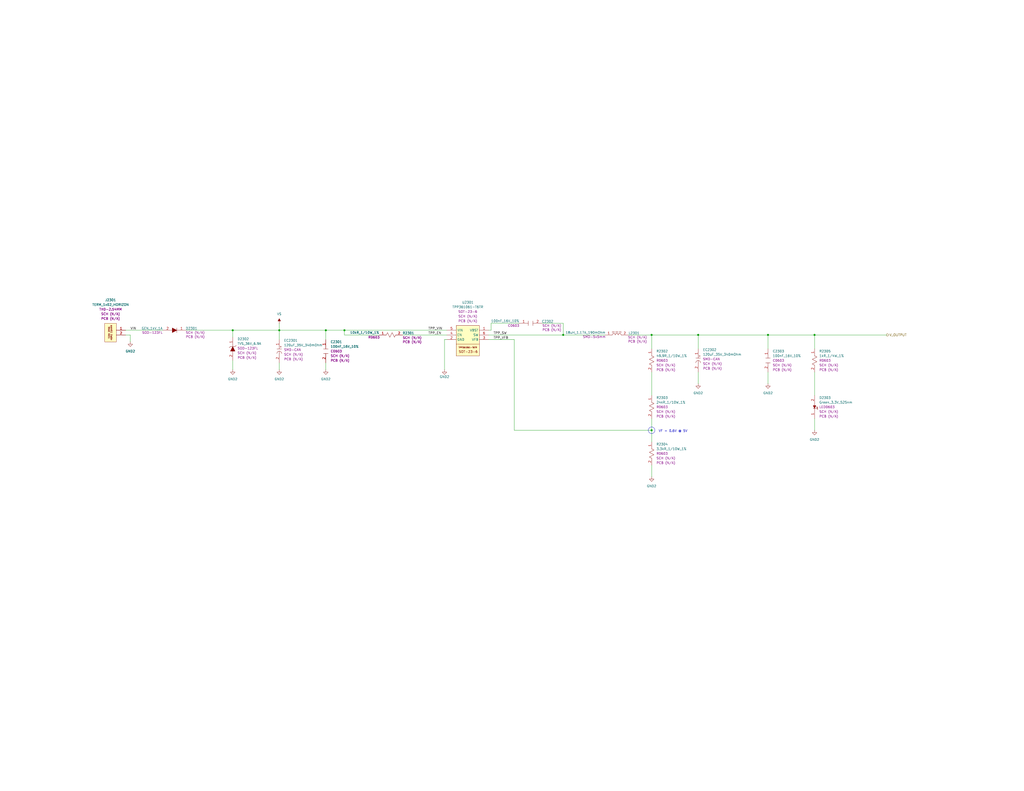
<source format=kicad_sch>
(kicad_sch (version 20231120) (generator "eeschema") (generator_version "8.0")
  (paper "C")
  (title_block (comment 2 "RELEASED"))
  (lib_symbols
    (symbol "_SCHLIB_ESP32-IsoLink:CAP_ELEC_120uF_35V_340mOhm_20%_0.260{dblquote} L x 0.260{dblquote} W (6.60mm x 6.60mm)" (exclude_from_sim yes)
      (property "Reference" "EC" (at 2.794 3.81 0))
      (property "Value" "120uF_35V_340mOhm" (at 2.794 6.096 0))
      (property "Package" "SMD-CAN" (at 2.794 11.43 0))
      (property "SCH CHECK" "SCH (N/A)" (at 2.794 16.256 0))
      (property "PCB CHECk" "PCB (N/A)" (at 2.794 19.05 0))
      (symbol "CAP_ELEC_120uF_35V_340mOhm_20%_0.260{dblquote} L x 0.260{dblquote} W (6.60mm x 6.60mm)_1_1"
        (pin passive line (at 0 0 0) (length 5.08) (name "") (number "1"))
        (pin passive line (at 12.7 0 180) (length 5.08) (name "") (number "2"))
      )
    )
    (symbol "_SCHLIB_ESP32-IsoLink:CAP_MLCC_100nF_16V_10%_X7R_C0603" (exclude_from_sim yes)
      (property "Reference" "C" (at 2.794 3.81 0))
      (property "Value" "100nF_16V_10%" (at 2.794 6.096 0))
      (property "Package" "C0603" (at 2.794 11.43 0))
      (property "SCH CHECK" "SCH (N/A)" (at 2.794 16.256 0))
      (property "PCB CHECk" "PCB (N/A)" (at 2.794 19.05 0))
      (symbol "CAP_MLCC_100nF_16V_10%_X7R_C0603_1_1"
        (pin passive line (at 0 0 0) (length 5.08) (name "") (number "1"))
        (pin passive line (at 12.7 0 180) (length 5.08) (name "") (number "2"))
      )
    )
    (symbol "_SCHLIB_ESP32-IsoLink:CONN_TERM BLK_1x2_150V_6A_HORIZON_THD-2.54MM" (exclude_from_sim yes)
      (property "Reference" "J" (at 2.794 3.81 0))
      (property "Value" "TERM_1x02_HORIZON" (at 2.794 6.096 0))
      (property "Package" "THD-2.54MM" (at 2.794 11.43 0))
      (property "SCH CHECK" "SCH (N/A)" (at 2.794 16.256 0))
      (property "PCB CHECk" "PCB (N/A)" (at 2.794 19.05 0))
      (symbol "CONN_TERM BLK_1x2_150V_6A_HORIZON_THD-2.54MM_1_1"
        (text "TERM 2POS\nHORIZ 2.54MM" (at 3.302 -5.08 900) (effects (font (size 0.762 0.762))))
        (pin passive line (at -5.08 -3.81 0) (length 5.08) (name "") (number "1"))
        (pin passive line (at -5.08 -6.35 0) (length 5.08) (name "") (number "2"))
      )
    )
    (symbol "_SCHLIB_ESP32-IsoLink:DIODE_GEN_SL1M_1kV_1A_1.1V@1A_SOD-123FL" (exclude_from_sim yes)
      (property "Reference" "D" (at 2.794 3.81 0))
      (property "Value" "GEN_1kV_1A" (at 2.794 6.096 0))
      (property "Package" "SOD-123FL" (at 2.794 11.43 0))
      (property "SCH CHECK" "SCH (N/A)" (at 2.794 16.256 0))
      (property "PCB CHECk" "PCB (N/A)" (at 2.794 19.05 0))
      (symbol "DIODE_GEN_SL1M_1kV_1A_1.1V@1A_SOD-123FL_1_1"
        (pin passive line (at 12.7 0 180) (length 5.08) (name "") (number "1"))
        (pin passive line (at 0 0 0) (length 5.08) (name "") (number "2"))
      )
    )
    (symbol "_SCHLIB_ESP32-IsoLink:DIODE_LED_Green_3.3V_20mA_525nm_LED0603" (exclude_from_sim yes)
      (property "Reference" "D" (at 2.794 3.81 0))
      (property "Value" "Green_3.3V_525nm" (at 2.794 6.096 0))
      (property "Package" "LED0603" (at 2.794 11.43 0))
      (property "SCH CHECK" "SCH (N/A)" (at 2.794 16.256 0))
      (property "PCB CHECk" "PCB (N/A)" (at 2.794 19.05 0))
      (symbol "DIODE_LED_Green_3.3V_20mA_525nm_LED0603_1_1"
        (pin passive line (at 12.7 0 180) (length 5.08) (name "") (number "1"))
        (pin passive line (at 0 0 0) (length 5.08) (name "") (number "2"))
      )
    )
    (symbol "_SCHLIB_ESP32-IsoLink:DIODE_TVS_TPSMF4L36A_36V_58.1V_6.9A(10/1000us)_SOD-123FL" (exclude_from_sim yes)
      (property "Reference" "D" (at 2.794 3.81 0))
      (property "Value" "TVS_36V_6.9A" (at 2.794 6.096 0))
      (property "Package" "SOD-123FL" (at 2.794 11.43 0))
      (property "SCH CHECK" "SCH (N/A)" (at 2.794 16.256 0))
      (property "PCB CHECk" "PCB (N/A)" (at 2.794 19.05 0))
      (symbol "DIODE_TVS_TPSMF4L36A_36V_58.1V_6.9A(10/1000us)_SOD-123FL_1_1"
        (pin passive line (at 12.7 0 180) (length 5.08) (name "") (number "1"))
        (pin passive line (at 0 0 0) (length 5.08) (name "") (number "2"))
      )
    )
    (symbol "_SCHLIB_ESP32-IsoLink:IC_PMIC_TPP361061-T6TR_REG-BUCK_4.5V~36V_ADJ_1A_2.2MHz_SOT-23-6" (exclude_from_sim yes)
      (property "Reference" "U" (at 2.794 3.81 0))
      (property "Value" "TPP361061-T6TR" (at 2.794 6.096 0))
      (property "Package" "SOT-23-6" (at 2.794 11.43 0))
      (property "SCH CHECK" "SCH (N/A)" (at 2.794 16.256 0))
      (property "PCB CHECk" "PCB (N/A)" (at 2.794 19.05 0))
      (symbol "IC_PMIC_TPP361061-T6TR_REG-BUCK_4.5V~36V_ADJ_1A_2.2MHz_SOT-23-6_1_1"
        (text "SOT-23-6" (at 6.604 -14.224 0) (effects (font (size 1.27 1.27))))
        (text "TPP361061-T6TR" (at 6.35 -11.938 0) (effects (font (size 0.762 0.762))))
        (pin passive line (at 17.78 -2.54 180) (length 5.08) (name "VBST") (number "1"))
        (pin passive line (at -5.08 -7.62 0) (length 5.08) (name "GND") (number "2"))
        (pin passive line (at 17.78 -7.62 180) (length 5.08) (name "VFB") (number "3"))
        (pin passive line (at -5.08 -5.08 0) (length 5.08) (name "EN") (number "4"))
        (pin passive line (at -5.08 -2.54 0) (length 5.08) (name "VIN") (number "5"))
        (pin passive line (at 17.78 -5.08 180) (length 5.08) (name "SW") (number "6"))
      )
    )
    (symbol "_SCHLIB_ESP32-IsoLink:IND_18uH_1.17A_190mOhm_28MHz_SMD-5X5MM" (exclude_from_sim yes)
      (property "Reference" "L" (at 2.794 3.81 0))
      (property "Value" "18uH_1.17A_190mOhm" (at 2.794 6.096 0))
      (property "Package" "SMD-5x5mm" (at 2.794 11.43 0))
      (property "SCH CHECK" "SCH (N/A)" (at 2.794 16.256 0))
      (property "PCB CHECk" "PCB (N/A)" (at 2.794 19.05 0))
      (symbol "IND_18uH_1.17A_190mOhm_28MHz_SMD-5X5MM_1_1"
        (pin passive line (at 0 0 0) (length 3.937) (name "") (number "1"))
        (pin passive line (at 12.7 0 180) (length 3.937) (name "") (number "2"))
      )
    )
    (symbol "_SCHLIB_ESP32-IsoLink:RES_10kR_1/10W_1%_R0603" (exclude_from_sim yes)
      (property "Reference" "R" (at 2.794 3.81 0))
      (property "Value" "10kR_1/10W_1%" (at 2.794 6.096 0))
      (property "Package" "R0603" (at 2.794 11.43 0))
      (property "SCH CHECK" "SCH (N/A)" (at 2.794 16.256 0))
      (property "PCB CHECk" "PCB (N/A)" (at 2.794 19.05 0))
      (symbol "RES_10kR_1/10W_1%_R0603_1_1"
        (pin passive line (at 0 0 0) (length 3.81) (name "") (number "1"))
        (pin passive line (at 12.7 0 180) (length 3.81) (name "") (number "2"))
      )
    )
    (symbol "_SCHLIB_ESP32-IsoLink:RES_1kR_1/4W_1%_R0603" (exclude_from_sim yes)
      (property "Reference" "R" (at 2.794 3.81 0))
      (property "Value" "1kR_1/4W_1%" (at 2.794 6.096 0))
      (property "Package" "R0603" (at 2.794 11.43 0))
      (property "SCH CHECK" "SCH (N/A)" (at 2.794 16.256 0))
      (property "PCB CHECk" "PCB (N/A)" (at 2.794 19.05 0))
      (symbol "RES_1kR_1/4W_1%_R0603_1_1"
        (pin passive line (at 0 0 0) (length 3.81) (name "") (number "1"))
        (pin passive line (at 12.7 0 180) (length 3.81) (name "") (number "2"))
      )
    )
    (symbol "_SCHLIB_ESP32-IsoLink:RES_24kR_1/10W_1%_R0603" (exclude_from_sim yes)
      (property "Reference" "R" (at 2.794 3.81 0))
      (property "Value" "24kR_1/10W_1%" (at 2.794 6.096 0))
      (property "Package" "R0603" (at 2.794 11.43 0))
      (property "SCH CHECK" "SCH (N/A)" (at 2.794 16.256 0))
      (property "PCB CHECk" "PCB (N/A)" (at 2.794 19.05 0))
      (symbol "RES_24kR_1/10W_1%_R0603_1_1"
        (pin passive line (at 0 0 0) (length 3.81) (name "") (number "1"))
        (pin passive line (at 12.7 0 180) (length 3.81) (name "") (number "2"))
      )
    )
    (symbol "_SCHLIB_ESP32-IsoLink:RES_3.3kR_1/10W_1%_R0603" (exclude_from_sim yes)
      (property "Reference" "R" (at 2.794 3.81 0))
      (property "Value" "3.3kR_1/10W_1%" (at 2.794 6.096 0))
      (property "Package" "R0603" (at 2.794 11.43 0))
      (property "SCH CHECK" "SCH (N/A)" (at 2.794 16.256 0))
      (property "PCB CHECk" "PCB (N/A)" (at 2.794 19.05 0))
      (symbol "RES_3.3kR_1/10W_1%_R0603_1_1"
        (pin passive line (at 0 0 0) (length 3.81) (name "") (number "1"))
        (pin passive line (at 12.7 0 180) (length 3.81) (name "") (number "2"))
      )
    )
    (symbol "_SCHLIB_ESP32-IsoLink:RES_49.9R_1/10W_1%_R0603" (exclude_from_sim yes)
      (property "Reference" "R" (at 2.794 3.81 0))
      (property "Value" "49.9R_1/10W_1%" (at 2.794 6.096 0))
      (property "Package" "R0603" (at 2.794 11.43 0))
      (property "SCH CHECK" "SCH (N/A)" (at 2.794 16.256 0))
      (property "PCB CHECk" "PCB (N/A)" (at 2.794 19.05 0))
      (symbol "RES_49.9R_1/10W_1%_R0603_1_1"
        (pin passive line (at 0 0 0) (length 3.81) (name "") (number "1"))
        (pin passive line (at 12.7 0 180) (length 3.81) (name "") (number "2"))
      )
    )
    (symbol "power:GND2" (power) (pin_numbers hide) (pin_names (offset 0) hide)
      (property "Value" "GND2" (at 0 -3.81 0))
      (symbol "GND2_1_1"
        (pin power_in line (at 0 0 270) (length 0) (name "~") (number "1"))
      )
    )
    (symbol "power:VS" (power) (pin_numbers hide) (pin_names (offset 0) hide)
      (property "Value" "VS" (at 0 3.556 0))
      (symbol "VS_1_1"
        (pin power_in line (at 0 0 90) (length 0) (name "~") (number "1"))
      )
    )
  )
  (junction (at 177.8 180.34))
  (junction (at 127 180.34))
  (junction (at 152.4 180.34))
  (junction (at 307.34 182.88))
  (junction (at 419.1 182.88))
  (junction (at 355.6 182.88))
  (junction (at 187.96 180.34))
  (junction (at 444.5 182.88))
  (junction (at 355.6 234.95))
  (junction (at 381 182.88))
  (wire (pts (xy 152.4 180.34) (xy 177.8 180.34)))
  (wire (pts (xy 177.8 180.34) (xy 187.96 180.34)))
  (wire (pts (xy 127 201.93) (xy 127 196.85)))
  (wire (pts (xy 101.6 180.34) (xy 127 180.34)))
  (wire (pts (xy 444.5 234.95) (xy 444.5 228.6)))
  (wire (pts (xy 71.12 182.88) (xy 71.12 186.69)))
  (wire (pts (xy 267.97 176.53) (xy 283.21 176.53)))
  (wire (pts (xy 355.6 203.2) (xy 355.6 215.9)))
  (wire (pts (xy 242.57 185.42) (xy 243.84 185.42)))
  (wire (pts (xy 177.8 198.12) (xy 177.8 201.93)))
  (wire (pts (xy 307.34 176.53) (xy 307.34 182.88)))
  (wire (pts (xy 127 180.34) (xy 127 184.15)))
  (wire (pts (xy 355.6 228.6) (xy 355.6 234.95)))
  (wire (pts (xy 68.58 182.88) (xy 71.12 182.88)))
  (wire (pts (xy 267.97 180.34) (xy 266.7 180.34)))
  (wire (pts (xy 280.67 185.42) (xy 280.67 234.95)))
  (wire (pts (xy 152.4 176.53) (xy 152.4 180.34)))
  (wire (pts (xy 355.6 182.88) (xy 355.6 190.5)))
  (wire (pts (xy 127 180.34) (xy 152.4 180.34)))
  (wire (pts (xy 280.67 234.95) (xy 355.6 234.95)))
  (wire (pts (xy 152.4 185.42) (xy 152.4 180.34)))
  (wire (pts (xy 266.7 185.42) (xy 280.67 185.42)))
  (wire (pts (xy 177.8 180.34) (xy 177.8 185.42)))
  (wire (pts (xy 419.1 182.88) (xy 444.5 182.88)))
  (wire (pts (xy 187.96 180.34) (xy 243.84 180.34)))
  (wire (pts (xy 355.6 260.35) (xy 355.6 254)))
  (wire (pts (xy 266.7 182.88) (xy 307.34 182.88)))
  (wire (pts (xy 295.91 176.53) (xy 307.34 176.53)))
  (wire (pts (xy 342.9 182.88) (xy 355.6 182.88)))
  (wire (pts (xy 381 209.55) (xy 381 203.2)))
  (wire (pts (xy 444.5 182.88) (xy 483.87 182.88)))
  (wire (pts (xy 444.5 182.88) (xy 444.5 190.5)))
  (wire (pts (xy 187.96 182.88) (xy 187.96 180.34)))
  (wire (pts (xy 267.97 176.53) (xy 267.97 180.34)))
  (wire (pts (xy 355.6 234.95) (xy 355.6 241.3)))
  (wire (pts (xy 242.57 201.93) (xy 242.57 185.42)))
  (wire (pts (xy 444.5 203.2) (xy 444.5 215.9)))
  (wire (pts (xy 68.58 180.34) (xy 88.9 180.34)))
  (wire (pts (xy 419.1 209.55) (xy 419.1 203.2)))
  (wire (pts (xy 381 190.5) (xy 381 182.88)))
  (wire (pts (xy 152.4 198.12) (xy 152.4 201.93)))
  (wire (pts (xy 381 182.88) (xy 419.1 182.88)))
  (wire (pts (xy 207.01 182.88) (xy 187.96 182.88)))
  (wire (pts (xy 307.34 182.88) (xy 330.2 182.88)))
  (wire (pts (xy 419.1 190.5) (xy 419.1 182.88)))
  (wire (pts (xy 381 182.88) (xy 355.6 182.88)))
  (wire (pts (xy 219.71 182.88) (xy 243.84 182.88)))
  (circle (center 355.6 234.95) (radius 1.7961))
  (text "VF = 0.6V @ 5V" (at 367.284 235.458 0) (effects (font (size 1.27 1.27))))
  (label "TPP_EN" (at 233.68 182.88 0))
  (label "TPP_SW" (at 269.24 182.88 0))
  (label "TPP_VIN" (at 233.68 180.34 0))
  (label "TPP_VFB" (at 269.24 185.42 0))
  (label "VIN" (at 71.12 180.34 0))
  (hierarchical_label "V_OUTPUT" (shape output) (at 483.87 182.88 0))
  (symbol (lib_id "_SCHLIB_ESP32-IsoLink:CAP_MLCC_100nF_16V_10%_X7R_C0603") (at 283.21 176.53 0) (unit 1) (exclude_from_sim yes)
    (property "Reference" "C2302" (at 295.656 175.514 0) (effects (justify left)))
    (property "Value" "100nF_16V_10%" (at 267.97 175.26 0) (effects (justify left)))
    (property "Footprint" "_PCBLIB_ESP32-IsoLink:C_0603_1608Metric" (effects (hide yes)))
    (property "Datasheet" "https://mm.digikey.com/Volume0/opasdata/d220001/medias/docus/609/CL10B104KO8NNNC_Spec.pdf" (effects (hide yes)))
    (property "Description" "0.1 µF ±10% 16V Ceramic Capacitor X7R 0603 (1608 Metric)" (effects (hide yes)))
    (property "Package" "C0603" (at 277.114 177.8 0) (effects (justify left)))
    (property "Manufacturer 1" "Samsung Electro-Mechanics" (effects (hide yes)))
    (property "MPN 1" "CL10B104KO8NNNC" (effects (hide yes)))
    (property "Vendor 1 Part# - TR" "1276-1005-2-ND" (effects (hide yes)))
    (property "Vendor 1 Part# - CT" "1276-1005-1-ND" (effects (hide yes)))
    (property "Vendor 1" "Digikey" (effects (hide yes)))
    (property "Purchase Link 1" "https://www.digikey.ca/en/products/detail/samsung-electro-mechanics/CL10B104KO8NNNC/3886663" (effects (hide yes)))
    (property "Manufacturer 2" "Samsung Electro-Mechanics" (effects (hide yes)))
    (property "MPN 2" "CL10B104KO8NNNC" (effects (hide yes)))
    (property "Vendor 2 Part# - TR" "C66501" (effects (hide yes)))
    (property "Vendor 2 Part# - CT" "C66501" (effects (hide yes)))
    (property "Vendor 2" "LCSC Electronics" (effects (hide yes)))
    (property "Purchase Link 2" "https://www.lcsc.com/product-detail/Multilayer-Ceramic-Capacitors-MLCC-SMD-SMT_Samsung-Electro-Mechanics-CL10B104KO8NNNC_C66501.html?s_z=n_CL10B104KO8NNNC" (effects (hide yes)))
    (property "SCH CHECK" "SCH (N/A)" (at 295.91 177.8 0) (effects (justify left)))
    (property "PCB CHECk" "PCB (N/A)" (at 295.91 180.086 0) (effects (justify left)))
  )
  (symbol (lib_id "_SCHLIB_ESP32-IsoLink:IND_18uH_1.17A_190mOhm_28MHz_SMD-5X5MM") (at 330.2 182.88 0) (unit 1) (exclude_from_sim yes)
    (property "Reference" "L2301" (at 342.9 181.864 0) (effects (justify left)))
    (property "Value" "18uH_1.17A_190mOhm" (at 308.61 181.61 0) (effects (justify left)))
    (property "Footprint" "_PCBLIB_ESP32-IsoLink:IND_SRN5020" (effects (hide yes)))
    (property "Datasheet" "https://www.bourns.com/docs/Product-Datasheets/SRN5020TA.pdf" (effects (hide yes)))
    (property "Description" "18 µH Shielded Drum Core, Wirewound Inductor 1.17 A 190mOhm Nonstandard" (effects (hide yes)))
    (property "Package" "SMD-5x5mm" (at 318.008 183.896 0) (effects (justify left)))
    (property "Manufacturer 1" "Bourns Inc." (effects (hide yes)))
    (property "MPN 1" "SRN5020TA-180M" (effects (hide yes)))
    (property "Vendor 1 Part# - TR" "SRN5020TA-180MTR-ND" (effects (hide yes)))
    (property "Vendor 1 Part# - CT" "SRN5020TA-180MCT-ND" (effects (hide yes)))
    (property "Vendor 1" "Digikey" (effects (hide yes)))
    (property "Purchase Link 1" "https://www.digikey.ca/en/products/detail/bourns-inc/SRN5020TA-180M/9653865" (effects (hide yes)))
    (property "Manufacturer 2" "Manufacturer 2" (effects (hide yes)))
    (property "MPN 2" "MPN 2" (effects (hide yes)))
    (property "Vendor 2 Part# - TR" "Vendor 2 P# - TR" (effects (hide yes)))
    (property "Vendor 2 Part# - CT" "Vendor 2 P# - CT" (effects (hide yes)))
    (property "Vendor 2" "Vendor 2" (effects (hide yes)))
    (property "Purchase Link 2" "PLink - 2" (effects (hide yes)))
    (property "SCH CHECK" "SCH (N/A)" (at 342.646 184.15 0) (effects (justify left)))
    (property "PCB CHECk" "PCB (N/A)" (at 342.646 186.436 0) (effects (justify left)))
  )
  (symbol (lib_id "power:VS") (at 152.4 176.53 0) (unit 1)
    (property "Reference" "#PWR02303" (effects (hide yes)))
    (property "Value" "VS" (at 152.4 171.45 0))
    (property "Description" "Power symbol creates a global label with name \"VS\"" (effects (hide yes)))
  )
  (symbol (lib_id "power:GND2") (at 152.4 201.93 0) (unit 1)
    (property "Reference" "#PWR02304" (effects (hide yes)))
    (property "Value" "GND2" (at 152.4 207.01 0))
    (property "Description" "Power symbol creates a global label with name \"GND2\" , ground" (effects (hide yes)))
  )
  (symbol (lib_id "power:GND2") (at 127 201.93 0) (unit 1)
    (property "Reference" "#PWR02302" (effects (hide yes)))
    (property "Value" "GND2" (at 127 207.01 0))
    (property "Description" "Power symbol creates a global label with name \"GND2\" , ground" (effects (hide yes)))
  )
  (symbol (lib_id "_SCHLIB_ESP32-IsoLink:RES_1kR_1/4W_1%_R0603") (at 444.5 190.5 270) (unit 1) (exclude_from_sim yes)
    (property "Reference" "R2305" (at 447.04 191.7699 90) (effects (justify left)))
    (property "Value" "1kR_1/4W_1%" (at 447.04 194.3099 90) (effects (justify left)))
    (property "Footprint" "_PCBLIB_ESP32-IsoLink:R_0603_1608Metric" (effects (hide yes)))
    (property "Datasheet" "https://www.vishay.com/docs/20065/rcse3.pdf" (effects (hide yes)))
    (property "Description" "1 kOhms ±1% 0.25W, 1/4W Chip Resistor 0603 (1608 Metric) Automotive AEC-Q200, Pulse Withstanding Thick Film" (effects (hide yes)))
    (property "Package" "R0603" (at 447.04 196.8499 90) (effects (justify left)))
    (property "Manufacturer 1" "Vishay Dale" (effects (hide yes)))
    (property "MPN 1" "RCS06031K00FKEA" (effects (hide yes)))
    (property "Vendor 1 Part# - TR" "541-2788-2-ND" (effects (hide yes)))
    (property "Vendor 1 Part# - CT" "541-2788-1-ND" (effects (hide yes)))
    (property "Vendor 1" "Digikey" (effects (hide yes)))
    (property "Purchase Link 1" "https://www.digikey.ca/en/products/detail/vishay-dale/RCS06031K00FKEA/5866934" (effects (hide yes)))
    (property "Manufacturer 2" "ROHM Semicon" (effects (hide yes)))
    (property "MPN 2" "ESR03EZPF1001" (effects (hide yes)))
    (property "Vendor 2 Part# - TR" "C2653986" (effects (hide yes)))
    (property "Vendor 2 Part# - CT" "C2653986" (effects (hide yes)))
    (property "Vendor 2" "LCSC Electronics" (effects (hide yes)))
    (property "Purchase Link 2" "https://www.lcsc.com/product-detail/Chip-Resistor-Surface-Mount_ROHM-Semicon-ESR03EZPF1001_C2653986.html" (effects (hide yes)))
    (property "SCH CHECK" "SCH (N/A)" (at 447.04 199.3899 90) (effects (justify left)))
    (property "PCB CHECk" "PCB (N/A)" (at 447.04 201.9299 90) (effects (justify left)))
  )
  (symbol (lib_id "_SCHLIB_ESP32-IsoLink:CAP_MLCC_100nF_16V_10%_X7R_C0603") (at 177.8 185.42 270) (unit 1) (exclude_from_sim yes)
    (property "Reference" "C2301" (at 180.34 186.6899 90) (effects (justify left)))
    (property "Value" "100nF_16V_10%" (at 180.34 189.2299 90) (effects (justify left)))
    (property "Footprint" "_PCBLIB_ESP32-IsoLink:C_0603_1608Metric" (effects (hide yes)))
    (property "Datasheet" "https://mm.digikey.com/Volume0/opasdata/d220001/medias/docus/609/CL10B104KO8NNNC_Spec.pdf" (effects (hide yes)))
    (property "Description" "0.1 µF ±10% 16V Ceramic Capacitor X7R 0603 (1608 Metric)" (effects (hide yes)))
    (property "Package" "C0603" (at 180.34 191.7699 90) (effects (justify left)))
    (property "Manufacturer 1" "Samsung Electro-Mechanics" (effects (hide yes)))
    (property "MPN 1" "CL10B104KO8NNNC" (effects (hide yes)))
    (property "Vendor 1 Part# - TR" "1276-1005-2-ND" (effects (hide yes)))
    (property "Vendor 1 Part# - CT" "1276-1005-1-ND" (effects (hide yes)))
    (property "Vendor 1" "Digikey" (effects (hide yes)))
    (property "Purchase Link 1" "https://www.digikey.ca/en/products/detail/samsung-electro-mechanics/CL10B104KO8NNNC/3886663" (effects (hide yes)))
    (property "Manufacturer 2" "Samsung Electro-Mechanics" (effects (hide yes)))
    (property "MPN 2" "CL10B104KO8NNNC" (effects (hide yes)))
    (property "Vendor 2 Part# - TR" "C66501" (effects (hide yes)))
    (property "Vendor 2 Part# - CT" "C66501" (effects (hide yes)))
    (property "Vendor 2" "LCSC Electronics" (effects (hide yes)))
    (property "Purchase Link 2" "https://www.lcsc.com/product-detail/Multilayer-Ceramic-Capacitors-MLCC-SMD-SMT_Samsung-Electro-Mechanics-CL10B104KO8NNNC_C66501.html?s_z=n_CL10B104KO8NNNC" (effects (hide yes)))
    (property "SCH CHECK" "SCH (N/A)" (at 180.34 194.3099 90) (effects (justify left)))
    (property "PCB CHECk" "PCB (N/A)" (at 180.34 196.8499 90) (effects (justify left)))
  )
  (symbol (lib_id "_SCHLIB_ESP32-IsoLink:RES_10kR_1/10W_1%_R0603") (at 207.01 182.88 0) (unit 1) (exclude_from_sim yes)
    (property "Reference" "R2301" (at 219.71 181.864 0) (effects (justify left)))
    (property "Value" "10kR_1/10W_1%" (at 191.008 181.61 0) (effects (justify left)))
    (property "Footprint" "_PCBLIB_ESP32-IsoLink:R_0603_1608Metric" (effects (hide yes)))
    (property "Datasheet" "https://industrial.panasonic.com/cdbs/www-data/pdf/RDA0000/AOA0000C304.pdf" (effects (hide yes)))
    (property "Description" "10 kOhms ±1% 0.1W, 1/10W Chip Resistor 0603 (1608 Metric) Automotive AEC-Q200 Thick Film" (effects (hide yes)))
    (property "Package" "R0603" (at 200.914 184.15 0) (effects (justify left)))
    (property "Manufacturer 1" "Panasonic Electronic Components" (effects (hide yes)))
    (property "MPN 1" "ERJ-3EKF1002V" (effects (hide yes)))
    (property "Vendor 1 Part# - TR" "P10.0KHTR-ND" (effects (hide yes)))
    (property "Vendor 1 Part# - CT" "P10.0KHCT-ND" (effects (hide yes)))
    (property "Vendor 1" "Digikey" (effects (hide yes)))
    (property "Purchase Link 1" "https://www.digikey.ca/en/products/detail/panasonic-electronic-components/ERJ-3EKF1002V/196066" (effects (hide yes)))
    (property "Manufacturer 2" "YAGEO" (effects (hide yes)))
    (property "MPN 2" "RC0603FR-0710KL" (effects (hide yes)))
    (property "Vendor 2 Part# - TR" "C98220" (effects (hide yes)))
    (property "Vendor 2 Part# - CT" "C98220" (effects (hide yes)))
    (property "Vendor 2" "LCSC Electronics" (effects (hide yes)))
    (property "Purchase Link 2" "https://www.lcsc.com/product-detail/Chip-Resistor-Surface-Mount_YAGEO-RC0603FR-0710KL_C98220.html" (effects (hide yes)))
    (property "SCH CHECK" "SCH (N/A)" (at 219.71 184.404 0) (effects (justify left)))
    (property "PCB CHECk" "PCB (N/A)" (at 219.71 186.69 0) (effects (justify left)))
  )
  (symbol (lib_id "power:GND2") (at 71.12 186.69 0) (unit 1)
    (property "Reference" "#PWR02301" (effects (hide yes)))
    (property "Value" "GND2" (at 71.12 191.77 0))
    (property "Description" "Power symbol creates a global label with name \"GND2\" , ground" (effects (hide yes)))
  )
  (symbol (lib_id "_SCHLIB_ESP32-IsoLink:CAP_MLCC_100nF_16V_10%_X7R_C0603") (at 419.1 190.5 270) (unit 1) (exclude_from_sim yes)
    (property "Reference" "C2303" (at 421.64 191.7699 90) (effects (justify left)))
    (property "Value" "100nF_16V_10%" (at 421.64 194.3099 90) (effects (justify left)))
    (property "Footprint" "_PCBLIB_ESP32-IsoLink:C_0603_1608Metric" (effects (hide yes)))
    (property "Datasheet" "https://mm.digikey.com/Volume0/opasdata/d220001/medias/docus/609/CL10B104KO8NNNC_Spec.pdf" (effects (hide yes)))
    (property "Description" "0.1 µF ±10% 16V Ceramic Capacitor X7R 0603 (1608 Metric)" (effects (hide yes)))
    (property "Package" "C0603" (at 421.64 196.8499 90) (effects (justify left)))
    (property "Manufacturer 1" "Samsung Electro-Mechanics" (effects (hide yes)))
    (property "MPN 1" "CL10B104KO8NNNC" (effects (hide yes)))
    (property "Vendor 1 Part# - TR" "1276-1005-2-ND" (effects (hide yes)))
    (property "Vendor 1 Part# - CT" "1276-1005-1-ND" (effects (hide yes)))
    (property "Vendor 1" "Digikey" (effects (hide yes)))
    (property "Purchase Link 1" "https://www.digikey.ca/en/products/detail/samsung-electro-mechanics/CL10B104KO8NNNC/3886663" (effects (hide yes)))
    (property "Manufacturer 2" "Samsung Electro-Mechanics" (effects (hide yes)))
    (property "MPN 2" "CL10B104KO8NNNC" (effects (hide yes)))
    (property "Vendor 2 Part# - TR" "C66501" (effects (hide yes)))
    (property "Vendor 2 Part# - CT" "C66501" (effects (hide yes)))
    (property "Vendor 2" "LCSC Electronics" (effects (hide yes)))
    (property "Purchase Link 2" "https://www.lcsc.com/product-detail/Multilayer-Ceramic-Capacitors-MLCC-SMD-SMT_Samsung-Electro-Mechanics-CL10B104KO8NNNC_C66501.html?s_z=n_CL10B104KO8NNNC" (effects (hide yes)))
    (property "SCH CHECK" "SCH (N/A)" (at 421.64 199.3899 90) (effects (justify left)))
    (property "PCB CHECk" "PCB (N/A)" (at 421.64 201.9299 90) (effects (justify left)))
  )
  (symbol (lib_id "_SCHLIB_ESP32-IsoLink:DIODE_GEN_SL1M_1kV_1A_1.1V@1A_SOD-123FL") (at 88.9 180.34 0) (unit 1) (exclude_from_sim yes)
    (property "Reference" "D2301" (at 101.346 179.324 0) (effects (justify left)))
    (property "Value" "GEN_1kV_1A" (at 77.216 179.324 0) (effects (justify left)))
    (property "Footprint" "_PCBLIB_ESP32-IsoLink:D_SOD-123F" (effects (hide yes)))
    (property "Datasheet" "https://diotec.com/request/datasheet/sl1a.pdf" (effects (hide yes)))
    (property "Description" "Diode 1000 V 1A Surface Mount SOD-123FL" (effects (hide yes)))
    (property "Package" "SOD-123FL" (at 77.47 181.61 0) (effects (justify left)))
    (property "Manufacturer 1" "Diotec Semiconductor" (effects (hide yes)))
    (property "MPN 1" "SL1M" (effects (hide yes)))
    (property "Vendor 1 Part# - TR" "4878-SL1MTR-ND" (effects (hide yes)))
    (property "Vendor 1 Part# - CT" "4878-SL1MCT-ND" (effects (hide yes)))
    (property "Vendor 1" "Digikey" (effects (hide yes)))
    (property "Purchase Link 1" "https://www.digikey.ca/en/products/detail/diotec-semiconductor/SL1M/13155691" (effects (hide yes)))
    (property "Manufacturer 2" "(DIOTEC)" (effects (hide yes)))
    (property "MPN 2" "SL1M" (effects (hide yes)))
    (property "Vendor 2 Part# - TR" "C5148432" (effects (hide yes)))
    (property "Vendor 2 Part# - CT" "C5148432" (effects (hide yes)))
    (property "Vendor 2" "LCSC Electronics" (effects (hide yes)))
    (property "Purchase Link 2" "https://www.lcsc.com/product-detail/Diodes-General-Purpose_DIOTEC-SL1M_C5148432.html?s_z=n_SL1M" (effects (hide yes)))
    (property "SCH CHECK" "SCH (N/A)" (at 101.346 181.61 0) (effects (justify left)))
    (property "PCB CHECk" "PCB (N/A)" (at 101.346 183.896 0) (effects (justify left)))
  )
  (symbol (lib_id "power:GND2") (at 444.5 234.95 0) (unit 1)
    (property "Reference" "#PWR02310" (effects (hide yes)))
    (property "Value" "GND2" (at 444.5 240.03 0))
    (property "Description" "Power symbol creates a global label with name \"GND2\" , ground" (effects (hide yes)))
  )
  (symbol (lib_id "power:GND2") (at 381 209.55 0) (unit 1)
    (property "Reference" "#PWR02308" (effects (hide yes)))
    (property "Value" "GND2" (at 381 214.63 0))
    (property "Description" "Power symbol creates a global label with name \"GND2\" , ground" (effects (hide yes)))
  )
  (symbol (lib_id "_SCHLIB_ESP32-IsoLink:RES_49.9R_1/10W_1%_R0603") (at 355.6 190.5 270) (unit 1) (exclude_from_sim yes)
    (property "Reference" "R2302" (at 358.14 191.7699 90) (effects (justify left)))
    (property "Value" "49.9R_1/10W_1%" (at 358.14 194.3099 90) (effects (justify left)))
    (property "Footprint" "_PCBLIB_ESP32-IsoLink:R_0603_1608Metric" (effects (hide yes)))
    (property "Datasheet" "https://www.seielect.com/catalog/sei-rmcf_rmcp.pdf" (effects (hide yes)))
    (property "Description" "49.9 Ohms ±1% 0.1W, 1/10W Chip Resistor 0603 (1608 Metric) Automotive AEC-Q200 Thick Film" (effects (hide yes)))
    (property "Package" "R0603" (at 358.14 196.8499 90) (effects (justify left)))
    (property "Manufacturer 1" "Stackpole Electronics Inc" (effects (hide yes)))
    (property "MPN 1" "RMCF0603FT49R9" (effects (hide yes)))
    (property "Vendor 1 Part# - TR" "RMCF0603FT49R9TR-ND" (effects (hide yes)))
    (property "Vendor 1 Part# - CT" "RMCF0603FT49R9CT-ND" (effects (hide yes)))
    (property "Vendor 1" "Digikey" (effects (hide yes)))
    (property "Purchase Link 1" "https://www.digikey.ca/en/products/detail/stackpole-electronics-inc/RMCF0603FT49R9/1760879" (effects (hide yes)))
    (property "Manufacturer 2" "YAGEO" (effects (hide yes)))
    (property "MPN 2" "RC0603FR-0749R9L" (effects (hide yes)))
    (property "Vendor 2 Part# - TR" "C114625" (effects (hide yes)))
    (property "Vendor 2 Part# - CT" "C114625" (effects (hide yes)))
    (property "Vendor 2" "LCSC Electronics" (effects (hide yes)))
    (property "Purchase Link 2" "https://www.lcsc.com/product-detail/Chip-Resistor-Surface-Mount_YAGEO-RC0603FR-0749R9L_C114625.html" (effects (hide yes)))
    (property "SCH CHECK" "SCH (N/A)" (at 358.14 199.3899 90) (effects (justify left)))
    (property "PCB CHECk" "PCB (N/A)" (at 358.14 201.9299 90) (effects (justify left)))
  )
  (symbol (lib_id "_SCHLIB_ESP32-IsoLink:CAP_ELEC_120uF_35V_340mOhm_20%_0.260{dblquote} L x 0.260{dblquote} W (6.60mm x 6.60mm)") (at 381 190.5 270) (unit 1) (exclude_from_sim yes)
    (property "Reference" "EC2302" (at 383.54 191.0079 90) (effects (justify left)))
    (property "Value" "120uF_35V_340mOhm" (at 383.54 193.5479 90) (effects (justify left)))
    (property "Footprint" "_PCBLIB_ESP32-IsoLink:CAP_Elec_6.30mm Dia x 6.60mm L x 6.60mm W" (effects (hide yes)))
    (property "Datasheet" "https://api.pim.na.industrial.panasonic.com/file_stream/main/fileversion/9127" (effects (hide yes)))
    (property "Description" "120 µF 35 V Aluminum Electrolytic Capacitors Radial, Can - SMD 340mOhm @ 100kHz 2000 Hrs @ 105°C" (effects (hide yes)))
    (property "Package" "SMD-CAN" (at 383.54 196.0879 90) (effects (justify left)))
    (property "Manufacturer 1" "Panasonic Electronic Components" (effects (hide yes)))
    (property "MPN 1" "EEE-FNV121XUP" (effects (hide yes)))
    (property "Vendor 1 Part# - TR" "10-EEE-FNV121XUPTR-ND" (effects (hide yes)))
    (property "Vendor 1 Part# - CT" "10-EEE-FNV121XUPCT-ND" (effects (hide yes)))
    (property "Vendor 1" "Digikey" (effects (hide yes)))
    (property "Purchase Link 1" "https://www.digikey.ca/en/products/detail/panasonic-electronic-components/EEE-FNV121XUP/11657015" (effects (hide yes)))
    (property "Manufacturer 2" "PANASONIC" (effects (hide yes)))
    (property "MPN 2" "EEEFNV121XUP" (effects (hide yes)))
    (property "Vendor 2 Part# - TR" "C494842" (effects (hide yes)))
    (property "Vendor 2 Part# - CT" "C494842" (effects (hide yes)))
    (property "Vendor 2" "LCSC Electronics" (effects (hide yes)))
    (property "Purchase Link 2" "https://www.lcsc.com/product-detail/Aluminum-Electrolytic-Capacitors-SMD_PANASONIC-EEEFNV121XUP_C494842.html" (effects (hide yes)))
    (property "SCH CHECK" "SCH (N/A)" (at 383.54 198.6279 90) (effects (justify left)))
    (property "PCB CHECk" "PCB (N/A)" (at 383.54 201.1679 90) (effects (justify left)))
  )
  (symbol (lib_id "_SCHLIB_ESP32-IsoLink:IC_PMIC_TPP361061-T6TR_REG-BUCK_4.5V~36V_ADJ_1A_2.2MHz_SOT-23-6") (at 248.92 177.8 0) (unit 1) (exclude_from_sim yes)
    (property "Reference" "U2301" (at 255.27 165.1 0))
    (property "Value" "TPP361061-T6TR" (at 255.27 167.64 0))
    (property "Footprint" "_PCBLIB_ESP32-IsoLink:SOT-23-6" (effects (hide yes)))
    (property "Datasheet" "https://static.3peak.com/res/doc/ds/Datasheet_TPP36106.pdf" (effects (hide yes)))
    (property "Description" "Buck Switching Regulator IC Positive Adjustable 0.6V 1 Output 1A SOT-23-6 Thin, TSOT-23-6" (effects (hide yes)))
    (property "Package" "SOT-23-6" (at 255.27 170.18 0))
    (property "Manufacturer 1" "3PEAK" (effects (hide yes)))
    (property "MPN 1" "TPP361061-T6TR" (effects (hide yes)))
    (property "Vendor 1 Part# - TR" "5503-TPP361061-T6TR-ND" (effects (hide yes)))
    (property "Vendor 1 Part# - CT" "5503-TPP361061-T6TRCT-ND" (effects (hide yes)))
    (property "Vendor 1" "Digikey" (effects (hide yes)))
    (property "Purchase Link 1" "https://www.digikey.ca/en/products/detail/3peak/TPP361061-T6TR/22228321?s=N4IgTCBcDaICoAUEGYBsBGADBgtHVcASiALoC%2BQA" (effects (hide yes)))
    (property "Manufacturer 2" "Manufacturer 2" (effects (hide yes)))
    (property "MPN 2" "MPN 2" (effects (hide yes)))
    (property "Vendor 2 Part# - TR" "Vendor 2 P# - TR" (effects (hide yes)))
    (property "Vendor 2 Part# - CT" "Vendor 2 P# - CT" (effects (hide yes)))
    (property "Vendor 2" "Vendor 2" (effects (hide yes)))
    (property "Purchase Link 2" "PLink - 2" (effects (hide yes)))
    (property "SCH CHECK" "SCH (N/A)" (at 255.27 172.72 0))
    (property "PCB CHECk" "PCB (N/A)" (at 255.27 175.26 0))
  )
  (symbol (lib_id "_SCHLIB_ESP32-IsoLink:CONN_TERM BLK_1x2_150V_6A_HORIZON_THD-2.54MM") (at 63.5 176.53 0) (mirror y) (unit 1) (exclude_from_sim yes)
    (property "Reference" "J2301" (at 60.325 163.83 0))
    (property "Value" "TERM_1x02_HORIZON" (at 60.325 166.37 0))
    (property "Footprint" "_PCBLIB_ESP32-IsoLink:TerminalBlock-2.54-2P_1x02_P2.54mm_Horizontal" (effects (hide yes)))
    (property "Datasheet" "https://www.we-online.com/katalog/datasheet/6912109100xx.pdf" (effects (hide yes)))
    (property "Description" "2 Position Wire to Board Terminal Block Horizontal with Board 0.100\" (2.54mm) Through Hole" (effects (hide yes)))
    (property "Package" "THD-2.54MM" (at 60.325 168.91 0))
    (property "Manufacturer 1" "Würth Elektronik" (effects (hide yes)))
    (property "MPN 1" "691210910002" (effects (hide yes)))
    (property "Vendor 1 Part# - TR" "732-691210910002-ND" (effects (hide yes)))
    (property "Vendor 1 Part# - CT" "732-691210910002-ND" (effects (hide yes)))
    (property "Vendor 1" "Digikey" (effects (hide yes)))
    (property "Purchase Link 1" "https://www.digikey.ca/en/products/detail/w%C3%BCrth-elektronik/691210910002/10668428" (effects (hide yes)))
    (property "Manufacturer 2" "MAX" (effects (hide yes)))
    (property "MPN 2" "MX128-2.54-02P-GN01-Cu-Y-A" (effects (hide yes)))
    (property "Vendor 2 Part# - TR" "C5188442" (effects (hide yes)))
    (property "Vendor 2 Part# - CT" "C5188442" (effects (hide yes)))
    (property "Vendor 2" "LCSC Electronics" (effects (hide yes)))
    (property "Purchase Link 2" "https://www.lcsc.com/product-detail/Screw-Terminal-Blocks_MAX-MX128-2-54-02P-GN01-Cu-Y-A_C5188442.html?s_z=n_2.54mm" (effects (hide yes)))
    (property "SCH CHECK" "SCH (N/A)" (at 60.325 171.45 0))
    (property "PCB CHECk" "PCB (N/A)" (at 60.325 173.99 0))
  )
  (symbol (lib_id "power:GND2") (at 419.1 209.55 0) (unit 1)
    (property "Reference" "#PWR02309" (effects (hide yes)))
    (property "Value" "GND2" (at 419.1 214.63 0))
    (property "Description" "Power symbol creates a global label with name \"GND2\" , ground" (effects (hide yes)))
  )
  (symbol (lib_id "power:GND2") (at 177.8 201.93 0) (unit 1)
    (property "Reference" "#PWR02305" (effects (hide yes)))
    (property "Value" "GND2" (at 177.8 207.01 0))
    (property "Description" "Power symbol creates a global label with name \"GND2\" , ground" (effects (hide yes)))
  )
  (symbol (lib_id "power:GND2") (at 355.6 260.35 0) (unit 1)
    (property "Reference" "#PWR02307" (effects (hide yes)))
    (property "Value" "GND2" (at 355.6 265.43 0))
    (property "Description" "Power symbol creates a global label with name \"GND2\" , ground" (effects (hide yes)))
  )
  (symbol (lib_id "_SCHLIB_ESP32-IsoLink:RES_3.3kR_1/10W_1%_R0603") (at 355.6 241.3 270) (unit 1) (exclude_from_sim yes)
    (property "Reference" "R2304" (at 358.14 242.5699 90) (effects (justify left)))
    (property "Value" "3.3kR_1/10W_1%" (at 358.14 245.1099 90) (effects (justify left)))
    (property "Footprint" "_PCBLIB_ESP32-IsoLink:R_0603_1608Metric" (effects (hide yes)))
    (property "Datasheet" "https://www.seielect.com/catalog/sei-rmcf_rmcp.pdf" (effects (hide yes)))
    (property "Description" "3.3 kOhms ±1% 0.1W, 1/10W Chip Resistor 0603 (1608 Metric) Automotive AEC-Q200 Thick Film" (effects (hide yes)))
    (property "Package" "R0603" (at 358.14 247.6499 90) (effects (justify left)))
    (property "Manufacturer 1" "Stackpole Electronics Inc" (effects (hide yes)))
    (property "MPN 1" "RMCF0603FT3K30" (effects (hide yes)))
    (property "Vendor 1 Part# - TR" "RMCF0603FT3K30TR-ND" (effects (hide yes)))
    (property "Vendor 1 Part# - CT" "RMCF0603FT3K30CT-ND" (effects (hide yes)))
    (property "Vendor 1" "Digikey" (effects (hide yes)))
    (property "Purchase Link 1" "https://www.digikey.ca/en/products/detail/stackpole-electronics-inc/RMCF0603FT3K30/1761032" (effects (hide yes)))
    (property "Manufacturer 2" "YAGEO" (effects (hide yes)))
    (property "MPN 2" "RC0603FR-073K3L" (effects (hide yes)))
    (property "Vendor 2 Part# - TR" "C108078" (effects (hide yes)))
    (property "Vendor 2 Part# - CT" "C108078" (effects (hide yes)))
    (property "Vendor 2" "LCSC Electronics" (effects (hide yes)))
    (property "Purchase Link 2" "https://www.lcsc.com/product-detail/Chip-Resistor-Surface-Mount_YAGEO-RC0603FR-073K3L_C108078.html" (effects (hide yes)))
    (property "SCH CHECK" "SCH (N/A)" (at 358.14 250.1899 90) (effects (justify left)))
    (property "PCB CHECk" "PCB (N/A)" (at 358.14 252.7299 90) (effects (justify left)))
  )
  (symbol (lib_id "power:GND2") (at 242.57 201.93 0) (unit 1)
    (property "Reference" "#PWR02306" (effects (hide yes)))
    (property "Value" "GND2" (at 242.57 205.74 0))
    (property "Description" "Power symbol creates a global label with name \"GND2\" , ground" (effects (hide yes)))
  )
  (symbol (lib_id "_SCHLIB_ESP32-IsoLink:DIODE_LED_Green_3.3V_20mA_525nm_LED0603") (at 444.5 215.9 270) (unit 1) (exclude_from_sim yes)
    (property "Reference" "D2303" (at 447.04 217.1699 90) (effects (justify left)))
    (property "Value" "Green_3.3V_525nm" (at 447.04 219.7099 90) (effects (justify left)))
    (property "Footprint" "_PCBLIB_ESP32-IsoLink:LED_0603_1608Metric" (effects (hide yes)))
    (property "Datasheet" "https://mm.digikey.com/Volume0/opasdata/d220001/medias/docus/3690/B1911NG--20D000214U1930.pdf" (effects (hide yes)))
    (property "Description" "Green 525nm LED Indication - Discrete 3.3V 0603 (1608 Metric)" (effects (hide yes)))
    (property "Package" "LED0603" (at 447.04 222.2499 90) (effects (justify left)))
    (property "Manufacturer 1" "Harvatek Corporation" (effects (hide yes)))
    (property "MPN 1" "B1911NG--20D000214U1930" (effects (hide yes)))
    (property "Vendor 1 Part# - TR" "3147-B1911NG--20D000214U1930TR-ND" (effects (hide yes)))
    (property "Vendor 1 Part# - CT" "3147-B1911NG--20D000214U1930CT-ND" (effects (hide yes)))
    (property "Vendor 1" "Digikey" (effects (hide yes)))
    (property "Purchase Link 1" "https://www.digikey.ca/en/products/detail/harvatek-corporation/B1911NG-20D000214U1930/15519989" (effects (hide yes)))
    (property "Manufacturer 2" "TUOZHAN" (effects (hide yes)))
    (property "MPN 2" "F.0603.00025/P2-0603G1TS2-06T-002" (effects (hide yes)))
    (property "Vendor 2 Part# - TR" "C7496818" (effects (hide yes)))
    (property "Vendor 2 Part# - CT" "C7496818" (effects (hide yes)))
    (property "Vendor 2" "LCSC Electronics" (effects (hide yes)))
    (property "Purchase Link 2" "https://www.lcsc.com/product-detail/LED-Indication-Discrete_TUOZHAN-F-0603-00025-P2-0603G1TS2-06T-002_C7496818.html?s_z=n_LED" (effects (hide yes)))
    (property "SCH CHECK" "SCH (N/A)" (at 447.04 224.7899 90) (effects (justify left)))
    (property "PCB CHECk" "PCB (N/A)" (at 447.04 227.3299 90) (effects (justify left)))
  )
  (symbol (lib_id "_SCHLIB_ESP32-IsoLink:CAP_ELEC_120uF_35V_340mOhm_20%_0.260{dblquote} L x 0.260{dblquote} W (6.60mm x 6.60mm)") (at 152.4 185.42 270) (unit 1) (exclude_from_sim yes)
    (property "Reference" "EC2301" (at 154.94 185.9279 90) (effects (justify left)))
    (property "Value" "120uF_35V_340mOhm" (at 154.94 188.4679 90) (effects (justify left)))
    (property "Footprint" "_PCBLIB_ESP32-IsoLink:CAP_Elec_6.30mm Dia x 6.60mm L x 6.60mm W" (effects (hide yes)))
    (property "Datasheet" "https://api.pim.na.industrial.panasonic.com/file_stream/main/fileversion/9127" (effects (hide yes)))
    (property "Description" "120 µF 35 V Aluminum Electrolytic Capacitors Radial, Can - SMD 340mOhm @ 100kHz 2000 Hrs @ 105°C" (effects (hide yes)))
    (property "Package" "SMD-CAN" (at 154.94 191.0079 90) (effects (justify left)))
    (property "Manufacturer 1" "Panasonic Electronic Components" (effects (hide yes)))
    (property "MPN 1" "EEE-FNV121XUP" (effects (hide yes)))
    (property "Vendor 1 Part# - TR" "10-EEE-FNV121XUPTR-ND" (effects (hide yes)))
    (property "Vendor 1 Part# - CT" "10-EEE-FNV121XUPCT-ND" (effects (hide yes)))
    (property "Vendor 1" "Digikey" (effects (hide yes)))
    (property "Purchase Link 1" "https://www.digikey.ca/en/products/detail/panasonic-electronic-components/EEE-FNV121XUP/11657015" (effects (hide yes)))
    (property "Manufacturer 2" "PANASONIC" (effects (hide yes)))
    (property "MPN 2" "EEEFNV121XUP" (effects (hide yes)))
    (property "Vendor 2 Part# - TR" "C494842" (effects (hide yes)))
    (property "Vendor 2 Part# - CT" "C494842" (effects (hide yes)))
    (property "Vendor 2" "LCSC Electronics" (effects (hide yes)))
    (property "Purchase Link 2" "https://www.lcsc.com/product-detail/Aluminum-Electrolytic-Capacitors-SMD_PANASONIC-EEEFNV121XUP_C494842.html" (effects (hide yes)))
    (property "SCH CHECK" "SCH (N/A)" (at 154.94 193.5479 90) (effects (justify left)))
    (property "PCB CHECk" "PCB (N/A)" (at 154.94 196.0879 90) (effects (justify left)))
  )
  (symbol (lib_id "_SCHLIB_ESP32-IsoLink:DIODE_TVS_TPSMF4L36A_36V_58.1V_6.9A(10/1000us)_SOD-123FL") (at 127 196.85 90) (unit 1) (exclude_from_sim yes)
    (property "Reference" "D2302" (at 129.54 185.1024 90) (effects (justify right)))
    (property "Value" "TVS_36V_6.9A" (at 129.54 187.6424 90) (effects (justify right)))
    (property "Footprint" "_PCBLIB_ESP32-IsoLink:D_SOD-123F" (effects (hide yes)))
    (property "Datasheet" "https://www.littelfuse.com/~/media/electronics/datasheets/tvs_diodes/littelfuse_tvs_diode_tpsmf4l_datasheet.pdf.pdf" (effects (hide yes)))
    (property "Description" "58.1V Clamp 6.9A Ipp Tvs Diode Surface Mount SOD-123F" (effects (hide yes)))
    (property "Package" "SOD-123FL" (at 129.54 190.1824 90) (effects (justify right)))
    (property "Manufacturer 1" "Littelfuse Inc." (effects (hide yes)))
    (property "MPN 1" "TPSMF4L36A" (effects (hide yes)))
    (property "Vendor 1 Part# - TR" "F7526TR-ND" (effects (hide yes)))
    (property "Vendor 1 Part# - CT" "F7526CT-ND" (effects (hide yes)))
    (property "Vendor 1" "Digikey" (effects (hide yes)))
    (property "Purchase Link 1" "https://www.digikey.ca/en/products/detail/littelfuse-inc/TPSMF4L36A/6131240" (effects (hide yes)))
    (property "Manufacturer 2" "FUXINSEMI" (effects (hide yes)))
    (property "MPN 2" "SMF4L36A" (effects (hide yes)))
    (property "Vendor 2 Part# - TR" "C19188720" (effects (hide yes)))
    (property "Vendor 2 Part# - CT" "C19188720" (effects (hide yes)))
    (property "Vendor 2" "LCSC Electronics" (effects (hide yes)))
    (property "Purchase Link 2" "https://www.lcsc.com/product-detail/ESD-and-Surge-Protection-TVS-ESD_FUXINSEMI-SMF4L36A_C19188720.html?s_z=n_TPSMF4L36A" (effects (hide yes)))
    (property "SCH CHECK" "SCH (N/A)" (at 129.54 192.7224 90) (effects (justify right)))
    (property "PCB CHECk" "PCB (N/A)" (at 129.54 195.2624 90) (effects (justify right)))
  )
  (symbol (lib_id "_SCHLIB_ESP32-IsoLink:RES_24kR_1/10W_1%_R0603") (at 355.6 215.9 270) (unit 1) (exclude_from_sim yes)
    (property "Reference" "R2303" (at 358.14 217.1699 90) (effects (justify left)))
    (property "Value" "24kR_1/10W_1%" (at 358.14 219.7099 90) (effects (justify left)))
    (property "Footprint" "_PCBLIB_ESP32-IsoLink:R_0603_1608Metric" (effects (hide yes)))
    (property "Datasheet" "https://www.seielect.com/catalog/sei-rmcf_rmcp.pdf" (effects (hide yes)))
    (property "Description" "24 kOhms ±1% 0.1W, 1/10W Chip Resistor 0603 (1608 Metric) Automotive AEC-Q200 Thick Film" (effects (hide yes)))
    (property "Package" "R0603" (at 358.14 222.2499 90) (effects (justify left)))
    (property "Manufacturer 1" "Stackpole Electronics Inc" (effects (hide yes)))
    (property "MPN 1" "RMCF0603FG24K0" (effects (hide yes)))
    (property "Vendor 1 Part# - TR" "RMCF0603FG24K0TR-ND" (effects (hide yes)))
    (property "Vendor 1 Part# - CT" "RMCF0603FG24K0CT-ND" (effects (hide yes)))
    (property "Vendor 1" "Digikey" (effects (hide yes)))
    (property "Purchase Link 1" "https://www.digikey.ca/en/products/detail/stackpole-electronics-inc/RMCF0603FG24K0/1713826" (effects (hide yes)))
    (property "Manufacturer 2" "YAGEO" (effects (hide yes)))
    (property "MPN 2" "RC0603FR-0724KL" (effects (hide yes)))
    (property "Vendor 2 Part# - TR" "C137760" (effects (hide yes)))
    (property "Vendor 2 Part# - CT" "C137760" (effects (hide yes)))
    (property "Vendor 2" "LCSC Electronics" (effects (hide yes)))
    (property "Purchase Link 2" "https://www.lcsc.com/product-detail/Chip-Resistor-Surface-Mount_YAGEO-RC0603FR-0724KL_C137760.html" (effects (hide yes)))
    (property "SCH CHECK" "SCH (N/A)" (at 358.14 224.7899 90) (effects (justify left)))
    (property "PCB CHECk" "PCB (N/A)" (at 358.14 227.3299 90) (effects (justify left)))
  )
)
</source>
